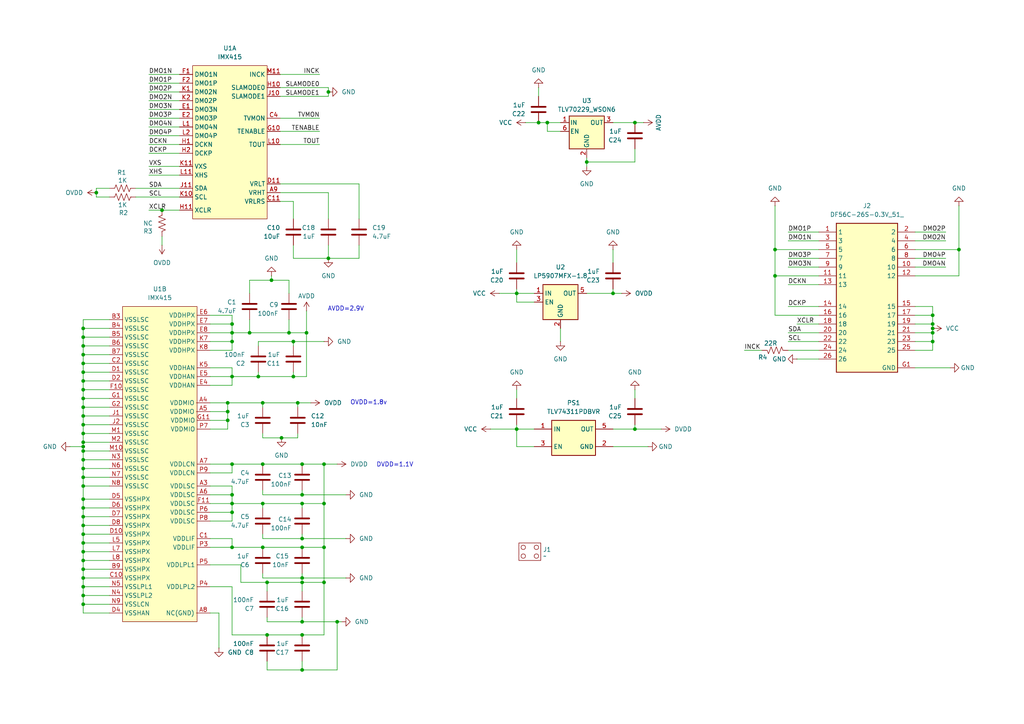
<source format=kicad_sch>
(kicad_sch (version 20250114) (generator "eeschema") (generator_version "9.0")
  (paper "A4")
  (text "DVDD=1.1V" (at 114.554 134.874 0) (effects (font (size 1.27 1.27))))
  (text "AVDD=2.9V" (at 100.33 89.662 0) (effects (font (size 1.27 1.27))))
  (text "OVDD=1.8v" (at 106.934 116.84 0) (effects (font (size 1.27 1.27))))
  (junction (at 270.51 93.98))
  (junction (at 24.13 167.64))
  (junction (at 85.09 109.22))
  (junction (at 24.13 135.89))
  (junction (at 67.31 148.59))
  (junction (at 76.2 158.75))
  (junction (at 67.31 99.06))
  (junction (at 270.51 96.52))
  (junction (at 24.13 154.94))
  (junction (at 24.13 120.65))
  (junction (at 24.13 160.02))
  (junction (at 67.31 134.62))
  (junction (at 24.13 152.4))
  (junction (at 24.13 105.41))
  (junction (at 24.13 115.57))
  (junction (at 87.63 168.91))
  (junction (at 78.74 81.28))
  (junction (at 149.86 124.46))
  (junction (at 177.8 85.09))
  (junction (at 87.63 180.34))
  (junction (at 87.63 167.64))
  (junction (at 24.13 130.81))
  (junction (at 24.13 140.97))
  (junction (at 67.31 93.98))
  (junction (at 76.2 116.84))
  (junction (at 46.99 60.96))
  (junction (at 158.75 35.56))
  (junction (at 87.63 158.75))
  (junction (at 67.31 109.22))
  (junction (at 24.13 162.56))
  (junction (at 24.13 97.79))
  (junction (at 88.9 96.52))
  (junction (at 278.13 72.39))
  (junction (at 95.25 26.67))
  (junction (at 24.13 110.49))
  (junction (at 149.86 85.09))
  (junction (at 67.31 146.05))
  (junction (at 87.63 146.05))
  (junction (at 87.63 184.15))
  (junction (at 66.04 116.84))
  (junction (at 24.13 118.11))
  (junction (at 93.98 134.62))
  (junction (at 24.13 125.73))
  (junction (at 66.04 119.38))
  (junction (at 270.51 91.44))
  (junction (at 24.13 149.86))
  (junction (at 83.82 96.52))
  (junction (at 77.47 168.91))
  (junction (at 93.98 146.05))
  (junction (at 24.13 165.1))
  (junction (at 66.04 121.92))
  (junction (at 224.79 80.01))
  (junction (at 24.13 147.32))
  (junction (at 224.79 72.39))
  (junction (at 24.13 123.19))
  (junction (at 87.63 134.62))
  (junction (at 24.13 128.27))
  (junction (at 81.655 127))
  (junction (at 74.93 109.22))
  (junction (at 97.79 180.34))
  (junction (at 67.31 158.75))
  (junction (at 184.15 124.46))
  (junction (at 76.2 134.62))
  (junction (at 184.15 35.56))
  (junction (at 270.51 95.25))
  (junction (at 156.21 35.56))
  (junction (at 24.13 133.35))
  (junction (at 24.13 144.78))
  (junction (at 93.98 158.75))
  (junction (at 24.13 157.48))
  (junction (at 87.63 143.51))
  (junction (at 27.94 55.88))
  (junction (at 24.13 100.33))
  (junction (at 170.18 46.99))
  (junction (at 72.39 96.52))
  (junction (at 76.2 146.05))
  (junction (at 87.63 194.31))
  (junction (at 24.13 170.18))
  (junction (at 77.47 184.15))
  (junction (at 24.13 102.87))
  (junction (at 93.98 168.91))
  (junction (at 67.31 143.51))
  (junction (at 24.13 175.26))
  (junction (at 24.13 172.72))
  (junction (at 67.31 96.52))
  (junction (at 95.25 74.93))
  (junction (at 270.51 99.06))
  (junction (at 85.09 99.06))
  (junction (at 24.13 129.54))
  (junction (at 24.13 95.25))
  (junction (at 24.13 107.95))
  (junction (at 24.13 138.43))
  (junction (at 86.36 116.84))
  (junction (at 24.13 113.03))
  (junction (at 87.63 156.21))
  (wire (pts (xy 74.93 99.06) (xy 85.09 99.06)))
  (wire (pts (xy 270.51 99.06) (xy 270.51 101.6)))
  (wire (pts (xy 67.31 109.22) (xy 67.31 111.76)))
  (wire (pts (xy 152.4 35.56) (xy 156.21 35.56)))
  (wire (pts (xy 274.32 67.31) (xy 265.43 67.31)))
  (wire (pts (xy 87.63 134.62) (xy 93.98 134.62)))
  (wire (pts (xy 67.31 93.98) (xy 67.31 96.52)))
  (wire (pts (xy 87.63 167.64) (xy 100.33 167.64)))
  (wire (pts (xy 43.18 39.37) (xy 52.07 39.37)))
  (wire (pts (xy 149.86 85.09) (xy 154.94 85.09)))
  (wire (pts (xy 156.21 25.4) (xy 156.21 27.94)))
  (wire (pts (xy 72.39 92.71) (xy 72.39 96.52)))
  (wire (pts (xy 81.28 38.1) (xy 92.71 38.1)))
  (wire (pts (xy 67.31 146.05) (xy 76.2 146.05)))
  (wire (pts (xy 43.18 24.13) (xy 52.07 24.13)))
  (wire (pts (xy 24.13 165.1) (xy 24.13 167.64)))
  (wire (pts (xy 67.31 158.75) (xy 60.96 158.75)))
  (wire (pts (xy 20.32 129.54) (xy 24.13 129.54)))
  (wire (pts (xy 93.98 168.91) (xy 93.98 158.75)))
  (wire (pts (xy 24.13 149.86) (xy 24.13 152.4)))
  (wire (pts (xy 43.18 48.26) (xy 52.07 48.26)))
  (wire (pts (xy 228.6 88.9) (xy 237.49 88.9)))
  (wire (pts (xy 24.13 113.03) (xy 31.75 113.03)))
  (wire (pts (xy 76.2 156.21) (xy 87.63 156.21)))
  (wire (pts (xy 24.13 133.35) (xy 31.75 133.35)))
  (wire (pts (xy 24.13 170.18) (xy 31.75 170.18)))
  (wire (pts (xy 177.8 129.54) (xy 187.96 129.54)))
  (wire (pts (xy 27.94 54.61) (xy 27.94 55.88)))
  (wire (pts (xy 81.28 25.4) (xy 95.25 25.4)))
  (wire (pts (xy 67.31 148.59) (xy 60.96 148.59)))
  (wire (pts (xy 270.51 88.9) (xy 265.43 88.9)))
  (wire (pts (xy 24.13 157.48) (xy 24.13 160.02)))
  (wire (pts (xy 43.18 60.96) (xy 46.99 60.96)))
  (wire (pts (xy 74.93 99.06) (xy 74.93 100.33)))
  (wire (pts (xy 228.6 77.47) (xy 237.49 77.47)))
  (wire (pts (xy 177.8 83.82) (xy 177.8 85.09)))
  (wire (pts (xy 85.09 99.06) (xy 85.09 100.33)))
  (wire (pts (xy 144.78 85.09) (xy 149.86 85.09)))
  (wire (pts (xy 24.13 177.8) (xy 31.75 177.8)))
  (wire (pts (xy 158.75 35.56) (xy 162.56 35.56)))
  (wire (pts (xy 87.63 146.05) (xy 87.63 147.32)))
  (wire (pts (xy 270.51 91.44) (xy 265.43 91.44)))
  (wire (pts (xy 24.13 140.97) (xy 24.13 144.78)))
  (wire (pts (xy 24.13 92.71) (xy 24.13 95.25)))
  (wire (pts (xy 43.18 29.21) (xy 52.07 29.21)))
  (wire (pts (xy 24.13 152.4) (xy 24.13 154.94)))
  (wire (pts (xy 67.31 99.06) (xy 67.31 101.6)))
  (wire (pts (xy 95.25 26.67) (xy 95.25 27.94)))
  (wire (pts (xy 154.94 129.54) (xy 149.86 129.54)))
  (wire (pts (xy 156.21 35.56) (xy 158.75 35.56)))
  (wire (pts (xy 88.9 109.22) (xy 85.09 109.22)))
  (wire (pts (xy 24.13 160.02) (xy 24.13 162.56)))
  (wire (pts (xy 43.18 31.75) (xy 52.07 31.75)))
  (wire (pts (xy 66.04 124.46) (xy 60.96 124.46)))
  (wire (pts (xy 67.31 143.51) (xy 67.31 146.05)))
  (wire (pts (xy 24.13 167.64) (xy 31.75 167.64)))
  (wire (pts (xy 24.13 157.48) (xy 31.75 157.48)))
  (wire (pts (xy 76.2 167.64) (xy 76.2 166.37)))
  (wire (pts (xy 77.47 184.15) (xy 87.63 184.15)))
  (wire (pts (xy 77.47 180.34) (xy 87.63 180.34)))
  (wire (pts (xy 69.85 163.83) (xy 69.85 168.91)))
  (wire (pts (xy 31.75 54.61) (xy 27.94 54.61)))
  (wire (pts (xy 177.8 124.46) (xy 184.15 124.46)))
  (wire (pts (xy 184.15 124.46) (xy 191.77 124.46)))
  (wire (pts (xy 237.49 72.39) (xy 224.79 72.39)))
  (wire (pts (xy 72.39 85.09) (xy 72.39 81.28)))
  (wire (pts (xy 87.63 168.91) (xy 87.63 171.45)))
  (wire (pts (xy 76.2 158.75) (xy 87.63 158.75)))
  (wire (pts (xy 170.18 46.99) (xy 184.15 46.99)))
  (wire (pts (xy 24.13 95.25) (xy 31.75 95.25)))
  (wire (pts (xy 154.94 87.63) (xy 149.86 87.63)))
  (wire (pts (xy 69.85 168.91) (xy 77.47 168.91)))
  (wire (pts (xy 95.25 25.4) (xy 95.25 26.67)))
  (wire (pts (xy 85.09 99.06) (xy 93.98 99.06)))
  (wire (pts (xy 158.75 38.1) (xy 158.75 35.56)))
  (wire (pts (xy 93.98 168.91) (xy 93.98 184.15)))
  (wire (pts (xy 278.13 72.39) (xy 278.13 80.01)))
  (wire (pts (xy 63.5 187.96) (xy 63.5 177.8)))
  (wire (pts (xy 184.15 46.99) (xy 184.15 43.18)))
  (wire (pts (xy 67.31 151.13) (xy 60.96 151.13)))
  (wire (pts (xy 24.13 120.65) (xy 31.75 120.65)))
  (wire (pts (xy 24.13 160.02) (xy 31.75 160.02)))
  (wire (pts (xy 67.31 99.06) (xy 60.96 99.06)))
  (wire (pts (xy 76.2 143.51) (xy 76.2 142.24)))
  (wire (pts (xy 24.13 110.49) (xy 31.75 110.49)))
  (wire (pts (xy 24.13 140.97) (xy 31.75 140.97)))
  (wire (pts (xy 43.18 41.91) (xy 52.07 41.91)))
  (wire (pts (xy 86.36 118.11) (xy 86.36 116.84)))
  (wire (pts (xy 24.13 165.1) (xy 31.75 165.1)))
  (wire (pts (xy 67.31 146.05) (xy 67.31 148.59)))
  (wire (pts (xy 24.13 128.27) (xy 31.75 128.27)))
  (wire (pts (xy 95.25 74.93) (xy 104.14 74.93)))
  (wire (pts (xy 270.51 101.6) (xy 265.43 101.6)))
  (wire (pts (xy 81.28 53.34) (xy 104.14 53.34)))
  (wire (pts (xy 278.13 59.69) (xy 278.13 72.39)))
  (wire (pts (xy 76.2 146.05) (xy 87.63 146.05)))
  (wire (pts (xy 24.13 175.26) (xy 24.13 177.8)))
  (wire (pts (xy 177.8 72.39) (xy 177.8 76.2)))
  (wire (pts (xy 67.31 170.18) (xy 60.96 170.18)))
  (wire (pts (xy 76.2 127) (xy 81.655 127)))
  (wire (pts (xy 67.31 140.97) (xy 60.96 140.97)))
  (wire (pts (xy 177.8 35.56) (xy 184.15 35.56)))
  (wire (pts (xy 67.31 134.62) (xy 67.31 137.16)))
  (wire (pts (xy 43.18 26.67) (xy 52.07 26.67)))
  (wire (pts (xy 215.9 101.6) (xy 220.98 101.6)))
  (wire (pts (xy 24.13 100.33) (xy 24.13 102.87)))
  (wire (pts (xy 63.5 177.8) (xy 60.96 177.8)))
  (wire (pts (xy 237.49 91.44) (xy 224.79 91.44)))
  (wire (pts (xy 67.31 156.21) (xy 60.96 156.21)))
  (wire (pts (xy 24.13 167.64) (xy 24.13 170.18)))
  (wire (pts (xy 24.13 97.79) (xy 24.13 100.33)))
  (wire (pts (xy 24.13 170.18) (xy 24.13 172.72)))
  (wire (pts (xy 228.6 82.55) (xy 237.49 82.55)))
  (wire (pts (xy 76.2 147.32) (xy 76.2 146.05)))
  (wire (pts (xy 81.28 41.91) (xy 92.71 41.91)))
  (wire (pts (xy 270.51 93.98) (xy 265.43 93.98)))
  (wire (pts (xy 46.99 71.12) (xy 46.99 68.58)))
  (wire (pts (xy 24.13 102.87) (xy 31.75 102.87)))
  (wire (pts (xy 24.13 110.49) (xy 24.13 113.03)))
  (wire (pts (xy 67.31 148.59) (xy 67.31 151.13)))
  (wire (pts (xy 24.13 113.03) (xy 24.13 115.57)))
  (wire (pts (xy 66.04 121.92) (xy 60.96 121.92)))
  (wire (pts (xy 67.31 111.76) (xy 60.96 111.76)))
  (wire (pts (xy 76.2 167.64) (xy 87.63 167.64)))
  (wire (pts (xy 24.13 144.78) (xy 31.75 144.78)))
  (wire (pts (xy 81.655 127) (xy 86.36 127)))
  (wire (pts (xy 72.39 96.52) (xy 83.82 96.52)))
  (wire (pts (xy 24.13 120.65) (xy 24.13 123.19)))
  (wire (pts (xy 43.18 34.29) (xy 52.07 34.29)))
  (wire (pts (xy 77.47 180.34) (xy 77.47 179.07)))
  (wire (pts (xy 67.31 158.75) (xy 76.2 158.75)))
  (wire (pts (xy 265.43 106.68) (xy 275.59 106.68)))
  (wire (pts (xy 177.8 85.09) (xy 180.34 85.09)))
  (wire (pts (xy 224.79 59.69) (xy 224.79 72.39)))
  (wire (pts (xy 88.9 96.52) (xy 88.9 90.17)))
  (wire (pts (xy 95.25 74.93) (xy 95.25 71.12)))
  (wire (pts (xy 87.63 180.34) (xy 97.79 180.34)))
  (wire (pts (xy 43.18 44.45) (xy 52.07 44.45)))
  (wire (pts (xy 67.31 134.62) (xy 76.2 134.62)))
  (wire (pts (xy 24.13 123.19) (xy 31.75 123.19)))
  (wire (pts (xy 78.74 80.01) (xy 78.74 81.28)))
  (wire (pts (xy 90.17 116.84) (xy 86.36 116.84)))
  (wire (pts (xy 67.31 146.05) (xy 60.96 146.05)))
  (wire (pts (xy 149.86 123.19) (xy 149.86 124.46)))
  (wire (pts (xy 24.13 144.78) (xy 24.13 147.32)))
  (wire (pts (xy 24.13 135.89) (xy 31.75 135.89)))
  (wire (pts (xy 231.14 104.14) (xy 237.49 104.14)))
  (wire (pts (xy 67.31 106.68) (xy 60.96 106.68)))
  (wire (pts (xy 85.09 74.93) (xy 95.25 74.93)))
  (wire (pts (xy 270.51 96.52) (xy 270.51 99.06)))
  (wire (pts (xy 224.79 80.01) (xy 237.49 80.01)))
  (wire (pts (xy 24.13 130.81) (xy 31.75 130.81)))
  (wire (pts (xy 228.6 74.93) (xy 237.49 74.93)))
  (wire (pts (xy 24.13 123.19) (xy 24.13 125.73)))
  (wire (pts (xy 24.13 152.4) (xy 31.75 152.4)))
  (wire (pts (xy 93.98 134.62) (xy 97.79 134.62)))
  (wire (pts (xy 24.13 154.94) (xy 24.13 157.48)))
  (wire (pts (xy 24.13 92.71) (xy 31.75 92.71)))
  (wire (pts (xy 86.36 127) (xy 86.36 125.73)))
  (wire (pts (xy 24.13 128.27) (xy 24.13 129.54)))
  (wire (pts (xy 31.75 57.15) (xy 27.94 57.15)))
  (wire (pts (xy 83.82 92.71) (xy 83.82 96.52)))
  (wire (pts (xy 67.31 109.22) (xy 74.93 109.22)))
  (wire (pts (xy 170.18 45.72) (xy 170.18 46.99)))
  (wire (pts (xy 149.86 124.46) (xy 154.94 124.46)))
  (wire (pts (xy 24.13 149.86) (xy 31.75 149.86)))
  (wire (pts (xy 162.56 38.1) (xy 158.75 38.1)))
  (wire (pts (xy 43.18 50.8) (xy 52.07 50.8)))
  (wire (pts (xy 67.31 134.62) (xy 60.96 134.62)))
  (wire (pts (xy 66.04 121.92) (xy 66.04 124.46)))
  (wire (pts (xy 67.31 143.51) (xy 60.96 143.51)))
  (wire (pts (xy 24.13 115.57) (xy 24.13 118.11)))
  (wire (pts (xy 39.37 57.15) (xy 52.07 57.15)))
  (wire (pts (xy 162.56 99.06) (xy 162.56 95.25)))
  (wire (pts (xy 24.13 133.35) (xy 24.13 135.89)))
  (wire (pts (xy 149.86 129.54) (xy 149.86 124.46)))
  (wire (pts (xy 43.18 21.59) (xy 52.07 21.59)))
  (wire (pts (xy 97.79 194.31) (xy 97.79 180.34)))
  (wire (pts (xy 66.04 119.38) (xy 60.96 119.38)))
  (wire (pts (xy 66.04 116.84) (xy 60.96 116.84)))
  (wire (pts (xy 24.13 95.25) (xy 24.13 97.79)))
  (wire (pts (xy 270.51 88.9) (xy 270.51 91.44)))
  (wire (pts (xy 77.47 191.77) (xy 77.47 194.31)))
  (wire (pts (xy 67.31 96.52) (xy 67.31 99.06)))
  (wire (pts (xy 24.13 172.72) (xy 24.13 175.26)))
  (wire (pts (xy 88.9 96.52) (xy 88.9 109.22)))
  (wire (pts (xy 81.28 55.88) (xy 95.25 55.88)))
  (wire (pts (xy 67.31 140.97) (xy 67.31 143.51)))
  (wire (pts (xy 86.36 116.84) (xy 76.2 116.84)))
  (wire (pts (xy 170.18 46.99) (xy 170.18 48.26)))
  (wire (pts (xy 67.31 91.44) (xy 67.31 93.98)))
  (wire (pts (xy 67.31 91.44) (xy 60.96 91.44)))
  (wire (pts (xy 67.31 109.22) (xy 60.96 109.22)))
  (wire (pts (xy 67.31 96.52) (xy 60.96 96.52)))
  (wire (pts (xy 24.13 147.32) (xy 24.13 149.86)))
  (wire (pts (xy 77.47 194.31) (xy 87.63 194.31)))
  (wire (pts (xy 142.24 124.46) (xy 149.86 124.46)))
  (wire (pts (xy 24.13 172.72) (xy 31.75 172.72)))
  (wire (pts (xy 104.14 53.34) (xy 104.14 63.5)))
  (wire (pts (xy 87.63 168.91) (xy 93.98 168.91)))
  (wire (pts (xy 24.13 135.89) (xy 24.13 138.43)))
  (wire (pts (xy 72.39 81.28) (xy 78.74 81.28)))
  (wire (pts (xy 24.13 97.79) (xy 31.75 97.79)))
  (wire (pts (xy 270.51 95.25) (xy 270.51 96.52)))
  (wire (pts (xy 77.47 184.15) (xy 67.31 184.15)))
  (wire (pts (xy 24.13 118.11) (xy 24.13 120.65)))
  (wire (pts (xy 87.63 158.75) (xy 93.98 158.75)))
  (wire (pts (xy 81.28 27.94) (xy 95.25 27.94)))
  (wire (pts (xy 237.49 93.98) (xy 231.14 93.98)))
  (wire (pts (xy 43.18 36.83) (xy 52.07 36.83)))
  (wire (pts (xy 24.13 125.73) (xy 24.13 128.27)))
  (wire (pts (xy 93.98 134.62) (xy 93.98 146.05)))
  (wire (pts (xy 87.63 156.21) (xy 100.33 156.21)))
  (wire (pts (xy 67.31 137.16) (xy 60.96 137.16)))
  (wire (pts (xy 224.79 91.44) (xy 224.79 80.01)))
  (wire (pts (xy 24.13 138.43) (xy 24.13 140.97)))
  (wire (pts (xy 46.99 60.96) (xy 52.07 60.96)))
  (wire (pts (xy 104.14 74.93) (xy 104.14 71.12)))
  (wire (pts (xy 67.31 96.52) (xy 72.39 96.52)))
  (wire (pts (xy 24.13 162.56) (xy 31.75 162.56)))
  (wire (pts (xy 24.13 100.33) (xy 31.75 100.33)))
  (wire (pts (xy 24.13 102.87) (xy 24.13 105.41)))
  (wire (pts (xy 184.15 35.56) (xy 186.69 35.56)))
  (wire (pts (xy 170.18 85.09) (xy 177.8 85.09)))
  (wire (pts (xy 184.15 123.19) (xy 184.15 124.46)))
  (wire (pts (xy 39.37 54.61) (xy 52.07 54.61)))
  (wire (pts (xy 270.51 91.44) (xy 270.51 93.98)))
  (wire (pts (xy 224.79 72.39) (xy 224.79 80.01)))
  (wire (pts (xy 24.13 105.41) (xy 24.13 107.95)))
  (wire (pts (xy 87.63 194.31) (xy 97.79 194.31)))
  (wire (pts (xy 76.2 156.21) (xy 76.2 154.94)))
  (wire (pts (xy 270.51 99.06) (xy 265.43 99.06)))
  (wire (pts (xy 149.86 85.09) (xy 149.86 87.63)))
  (wire (pts (xy 184.15 113.03) (xy 184.15 115.57)))
  (wire (pts (xy 24.13 107.95) (xy 24.13 110.49)))
  (wire (pts (xy 87.63 156.21) (xy 87.63 154.94)))
  (wire (pts (xy 278.13 80.01) (xy 265.43 80.01)))
  (wire (pts (xy 87.63 146.05) (xy 93.98 146.05)))
  (wire (pts (xy 77.47 168.91) (xy 87.63 168.91)))
  (wire (pts (xy 78.74 81.28) (xy 83.82 81.28)))
  (wire (pts (xy 24.13 175.26) (xy 31.75 175.26)))
  (wire (pts (xy 66.04 119.38) (xy 66.04 121.92)))
  (wire (pts (xy 228.6 99.06) (xy 237.49 99.06)))
  (wire (pts (xy 24.13 129.54) (xy 24.13 130.81)))
  (wire (pts (xy 77.47 168.91) (xy 77.47 171.45)))
  (wire (pts (xy 24.13 130.81) (xy 24.13 133.35)))
  (wire (pts (xy 270.51 96.52) (xy 265.43 96.52)))
  (wire (pts (xy 85.09 58.42) (xy 85.09 63.5)))
  (wire (pts (xy 67.31 106.68) (xy 67.31 109.22)))
  (wire (pts (xy 85.09 74.93) (xy 85.09 71.12)))
  (wire (pts (xy 81.28 21.59) (xy 92.71 21.59)))
  (wire (pts (xy 228.6 67.31) (xy 237.49 67.31)))
  (wire (pts (xy 85.09 107.95) (xy 85.09 109.22)))
  (wire (pts (xy 87.63 180.34) (xy 87.63 179.07)))
  (wire (pts (xy 87.63 184.15) (xy 93.98 184.15)))
  (wire (pts (xy 24.13 154.94) (xy 31.75 154.94)))
  (wire (pts (xy 69.85 163.83) (xy 60.96 163.83)))
  (wire (pts (xy 93.98 158.75) (xy 93.98 146.05)))
  (wire (pts (xy 149.86 113.03) (xy 149.86 115.57)))
  (wire (pts (xy 24.13 105.41) (xy 31.75 105.41)))
  (wire (pts (xy 67.31 156.21) (xy 67.31 158.75)))
  (wire (pts (xy 74.93 107.95) (xy 74.93 109.22)))
  (wire (pts (xy 228.6 96.52) (xy 237.49 96.52)))
  (wire (pts (xy 81.28 34.29) (xy 92.71 34.29)))
  (wire (pts (xy 76.2 134.62) (xy 87.63 134.62)))
  (wire (pts (xy 24.13 162.56) (xy 24.13 165.1)))
  (wire (pts (xy 83.82 96.52) (xy 88.9 96.52)))
  (wire (pts (xy 76.2 118.11) (xy 76.2 116.84)))
  (wire (pts (xy 76.2 127) (xy 76.2 125.73)))
  (wire (pts (xy 74.93 109.22) (xy 85.09 109.22)))
  (wire (pts (xy 24.13 118.11) (xy 31.75 118.11)))
  (wire (pts (xy 274.32 69.85) (xy 265.43 69.85)))
  (wire (pts (xy 87.63 194.31) (xy 87.63 191.77)))
  (wire (pts (xy 76.2 143.51) (xy 87.63 143.51)))
  (wire (pts (xy 270.51 93.98) (xy 270.51 95.25)))
  (wire (pts (xy 67.31 93.98) (xy 60.96 93.98)))
  (wire (pts (xy 87.63 143.51) (xy 87.63 142.24)))
  (wire (pts (xy 228.6 69.85) (xy 237.49 69.85)))
  (wire (pts (xy 24.13 115.57) (xy 31.75 115.57)))
  (wire (pts (xy 97.79 180.34) (xy 99.06 180.34)))
  (wire (pts (xy 149.86 72.39) (xy 149.86 76.2)))
  (wire (pts (xy 87.63 143.51) (xy 100.33 143.51)))
  (wire (pts (xy 83.82 81.28) (xy 83.82 85.09)))
  (wire (pts (xy 81.28 58.42) (xy 85.09 58.42)))
  (wire (pts (xy 274.32 77.47) (xy 265.43 77.47)))
  (wire (pts (xy 87.63 167.64) (xy 87.63 166.37)))
  (wire (pts (xy 24.13 138.43) (xy 31.75 138.43)))
  (wire (pts (xy 27.94 57.15) (xy 27.94 55.88)))
  (wire (pts (xy 67.31 184.15) (xy 67.31 170.18)))
  (wire (pts (xy 95.25 55.88) (xy 95.25 63.5)))
  (wire (pts (xy 274.32 74.93) (xy 265.43 74.93)))
  (wire (pts (xy 228.6 101.6) (xy 237.49 101.6)))
  (wire (pts (xy 67.31 101.6) (xy 60.96 101.6)))
  (wire (pts (xy 24.13 107.95) (xy 31.75 107.95)))
  (wire (pts (xy 66.04 116.84) (xy 66.04 119.38)))
  (wire (pts (xy 24.13 147.32) (xy 31.75 147.32)))
  (wire (pts (xy 149.86 83.82) (xy 149.86 85.09)))
  (wire (pts (xy 24.13 125.73) (xy 31.75 125.73)))
  (wire (pts (xy 76.2 116.84) (xy 66.04 116.84)))
  (wire (pts (xy 265.43 72.39) (xy 278.13 72.39)))
  (label "DMO3N" (at 43.18 31.75 0))
  (label "DMO1N" (at 228.6 69.85 0))
  (label "DMO3P" (at 228.6 74.93 0))
  (label "DMO4N" (at 274.32 77.47 180))
  (label "VXS" (at 43.18 48.26 0))
  (label "XHS" (at 43.18 50.8 0))
  (label "DMO2N" (at 43.18 29.21 0))
  (label "SCL" (at 228.6 99.06 0))
  (label "DMO3P" (at 43.18 34.29 0))
  (label "SCL" (at 43.18 57.15 0))
  (label "DMO2N" (at 274.32 69.85 180))
  (label "DMO3N" (at 228.6 77.47 0))
  (label "DMO2P" (at 43.18 26.67 0))
  (label "SDA" (at 228.6 96.52 0))
  (label "TVMON" (at 92.71 34.29 180))
  (label "SLAMODE0" (at 92.71 25.4 180))
  (label "DMO4N" (at 43.18 36.83 0))
  (label "DCKN" (at 43.18 41.91 0))
  (label "TENABLE" (at 92.71 38.1 180))
  (label "DMO1P" (at 228.6 67.31 0))
  (label "DMO1N" (at 43.18 21.59 0))
  (label "DMO4P" (at 274.32 74.93 180))
  (label "DCKN" (at 228.6 82.55 0))
  (label "DCKP" (at 43.18 44.45 0))
  (label "TOUT" (at 92.71 41.91 180))
  (label "DMO2P" (at 274.32 67.31 180))
  (label "INCK" (at 215.9 101.6 0))
  (label "INCK" (at 92.71 21.59 180))
  (label "XCLR" (at 231.14 93.98 0))
  (label "DCKP" (at 228.6 88.9 0))
  (label "DMO4P" (at 43.18 39.37 0))
  (label "DMO1P" (at 43.18 24.13 0))
  (label "SDA" (at 43.18 54.61 0))
  (label "XCLR" (at 43.18 60.96 0))
  (label "SLAMODE1" (at 92.71 27.94 180))
  (symbol (lib_id "power:GND") (at 99.06 180.34 90) (unit 1)
    (property "Reference" "#PWR013" (effects (hide yes)))
    (property "Value" "GND" (at 102.87 180.3399 90) (effects (justify right)))
    (property "Description" "Power symbol creates a global label with name \"GND\" , ground" (effects (hide yes)))
  )
  (symbol (lib_id "Device:C") (at 87.63 138.43 0) (mirror y) (unit 1)
    (property "Reference" "C13" (at 84.582 137.922 0) (effects (justify left)))
    (property "Value" "100nF" (at 84.582 140.462 0) (effects (justify left)))
    (property "Footprint" "Capacitor_SMD:C_0402_1005Metric" (effects (hide yes)))
    (property "Description" "Unpolarized capacitor" (effects (hide yes)))
  )
  (symbol (lib_id "Device:C") (at 87.63 162.56 0) (mirror x) (unit 1)
    (property "Reference" "C15" (at 83.82 161.2899 0) (effects (justify right)))
    (property "Value" "10nF" (at 83.82 163.8299 0) (effects (justify right)))
    (property "Footprint" "Capacitor_SMD:C_0402_1005Metric" (effects (hide yes)))
    (property "Description" "Unpolarized capacitor" (effects (hide yes)))
  )
  (symbol (lib_id "Device:C") (at 149.86 119.38 180) (unit 1)
    (property "Reference" "C21" (at 146.05 120.6501 0) (effects (justify left)))
    (property "Value" "1uF" (at 146.05 118.1101 0) (effects (justify left)))
    (property "Footprint" "Capacitor_SMD:C_0402_1005Metric" (effects (hide yes)))
    (property "Description" "Unpolarized capacitor" (effects (hide yes)))
  )
  (symbol (lib_id "Device:C") (at 85.09 67.31 0) (mirror x) (unit 1)
    (property "Reference" "C10" (at 81.28 66.0399 0) (effects (justify right)))
    (property "Value" "10uF" (at 81.28 68.5799 0) (effects (justify right)))
    (property "Footprint" "Capacitor_SMD:C_0402_1005Metric" (effects (hide yes)))
    (property "Description" "Unpolarized capacitor" (effects (hide yes)))
  )
  (symbol (lib_id "power:GND") (at 100.33 143.51 90) (unit 1)
    (property "Reference" "#PWR014" (effects (hide yes)))
    (property "Value" "GND" (at 104.14 143.5099 90) (effects (justify right)))
    (property "Description" "Power symbol creates a global label with name \"GND\" , ground" (effects (hide yes)))
  )
  (symbol (lib_id "power:GND") (at 278.13 59.69 180) (unit 1)
    (property "Reference" "#PWR034" (effects (hide yes)))
    (property "Value" "GND" (at 278.13 54.61 0))
    (property "Description" "Power symbol creates a global label with name \"GND\" , ground" (effects (hide yes)))
  )
  (symbol (lib_id "Device:C") (at 156.21 31.75 180) (unit 1)
    (property "Reference" "C22" (at 152.4 33.0201 0) (effects (justify left)))
    (property "Value" "1uF" (at 152.4 30.4801 0) (effects (justify left)))
    (property "Footprint" "Capacitor_SMD:C_0402_1005Metric" (effects (hide yes)))
    (property "Description" "Unpolarized capacitor" (effects (hide yes)))
  )
  (symbol (lib_id "Device:C") (at 74.93 104.14 180) (unit 1)
    (property "Reference" "C2" (at 71.12 105.4101 0) (effects (justify left)))
    (property "Value" "100nF" (at 71.12 102.8701 0) (effects (justify left)))
    (property "Footprint" "Capacitor_SMD:C_0402_1005Metric" (effects (hide yes)))
    (property "Description" "Unpolarized capacitor" (effects (hide yes)))
  )
  (symbol (lib_id "Device:R_US") (at 46.99 64.77 0) (mirror y) (unit 1)
    (property "Reference" "R3" (at 42.926 67.056 0))
    (property "Value" "NC" (at 42.926 64.77 0))
    (property "Footprint" "Resistor_SMD:R_0402_1005Metric" (effects (hide yes)))
    (property "Description" "Resistor, US symbol" (effects (hide yes)))
  )
  (symbol (lib_id "power:GND") (at 149.86 72.39 180) (unit 1)
    (property "Reference" "#PWR019" (effects (hide yes)))
    (property "Value" "GND" (at 149.86 67.31 0))
    (property "Description" "Power symbol creates a global label with name \"GND\" , ground" (effects (hide yes)))
  )
  (symbol (lib_id "power:VDD") (at 46.99 71.12 180) (unit 1)
    (property "Reference" "#PWR03" (effects (hide yes)))
    (property "Value" "OVDD" (at 46.99 76.2 0))
    (property "Description" "Power symbol creates a global label with name \"VDD\"" (effects (hide yes)))
  )
  (symbol (lib_id "power:VDDA") (at 186.69 35.56 270) (unit 1)
    (property "Reference" "#PWR028" (effects (hide yes)))
    (property "Value" "AVDD" (at 191.008 35.56 0))
    (property "Description" "Power symbol creates a global label with name \"VDDA\"" (effects (hide yes)))
  )
  (symbol (lib_id "power:GND") (at 95.25 74.93 0) (unit 1)
    (property "Reference" "#PWR011" (effects (hide yes)))
    (property "Value" "GND" (at 95.25 80.01 0))
    (property "Description" "Power symbol creates a global label with name \"GND\" , ground" (effects (hide yes)))
  )
  (symbol (lib_id "Device:C") (at 86.36 121.92 180) (unit 1)
    (property "Reference" "C12" (at 90.17 120.6499 0) (effects (justify right)))
    (property "Value" "10nF" (at 90.17 123.1899 0) (effects (justify right)))
    (property "Footprint" "Capacitor_SMD:C_0402_1005Metric" (effects (hide yes)))
    (property "Description" "Unpolarized capacitor" (effects (hide yes)))
  )
  (symbol (lib_id "Device:C") (at 104.14 67.31 180) (unit 1)
    (property "Reference" "C19" (at 107.95 66.0399 0) (effects (justify right)))
    (property "Value" "4.7uF" (at 107.95 68.5799 0) (effects (justify right)))
    (property "Footprint" "Capacitor_SMD:C_0402_1005Metric" (effects (hide yes)))
    (property "Description" "Unpolarized capacitor" (effects (hide yes)))
  )
  (symbol (lib_id "Device:R_US") (at 35.56 57.15 90) (unit 1)
    (property "Reference" "R2" (at 35.814 61.722 90))
    (property "Value" "1K" (at 35.56 59.436 90))
    (property "Footprint" "Resistor_SMD:R_0402_1005Metric" (effects (hide yes)))
    (property "Description" "Resistor, US symbol" (effects (hide yes)))
  )
  (symbol (lib_id "power:GND") (at 81.655 127 0) (unit 1)
    (property "Reference" "#PWR06" (effects (hide yes)))
    (property "Value" "GND" (at 81.655 132.08 0))
    (property "Description" "Power symbol creates a global label with name \"GND\" , ground" (effects (hide yes)))
  )
  (symbol (lib_id "Device:C") (at 83.82 88.9 0) (mirror y) (unit 1)
    (property "Reference" "C9" (at 80.772 88.392 0) (effects (justify left)))
    (property "Value" "100nF" (at 80.772 90.932 0) (effects (justify left)))
    (property "Footprint" "Capacitor_SMD:C_0402_1005Metric" (effects (hide yes)))
    (property "Description" "Unpolarized capacitor" (effects (hide yes)))
  )
  (symbol (lib_id "power:VDDA") (at 88.9 90.17 0) (unit 1)
    (property "Reference" "#PWR07" (effects (hide yes)))
    (property "Value" "AVDD" (at 88.9 85.852 0))
    (property "Description" "Power symbol creates a global label with name \"VDDA\"" (effects (hide yes)))
  )
  (symbol (lib_id "power:GND") (at 78.74 80.01 180) (unit 1)
    (property "Reference" "#PWR05" (effects (hide yes)))
    (property "Value" "GND" (at 78.74 74.93 0))
    (property "Description" "Power symbol creates a global label with name \"GND\" , ground" (effects (hide yes)))
  )
  (symbol (lib_id "Regulator_Linear:LP5907MFX-1.8") (at 162.56 87.63 0) (unit 1)
    (property "Reference" "U2" (at 162.56 77.47 0))
    (property "Value" "LP5907MFX-1.8" (at 162.56 80.01 0))
    (property "Footprint" "Package_TO_SOT_SMD:SOT-23-5" (effects (hide yes)))
    (property "Datasheet" "http://www.ti.com/lit/ds/symlink/lp5907.pdf" (effects (hide yes)))
    (property "Description" "250-mA Ultra-Low-Noise Low-IQ LDO, 1.8V, SOT-23" (effects (hide yes)))
  )
  (symbol (lib_id "power:VDD") (at 27.94 55.88 90) (unit 1)
    (property "Reference" "#PWR02" (effects (hide yes)))
    (property "Value" "OVDD" (at 24.13 55.8799 90) (effects (justify left)))
    (property "Description" "Power symbol creates a global label with name \"VDD\"" (effects (hide yes)))
  )
  (symbol (lib_id "Device:C") (at 76.2 151.13 0) (mirror y) (unit 1)
    (property "Reference" "C5" (at 72.39 149.8599 0) (effects (justify left)))
    (property "Value" "4.7uF" (at 72.39 152.3999 0) (effects (justify left)))
    (property "Footprint" "Capacitor_SMD:C_0402_1005Metric" (effects (hide yes)))
    (property "Description" "Unpolarized capacitor" (effects (hide yes)))
  )
  (symbol (lib_id "power:GND") (at 162.56 99.06 0) (unit 1)
    (property "Reference" "#PWR023" (effects (hide yes)))
    (property "Value" "GND" (at 162.56 104.14 0))
    (property "Description" "Power symbol creates a global label with name \"GND\" , ground" (effects (hide yes)))
  )
  (symbol (lib_id "Device:R_US") (at 35.56 54.61 270) (unit 1)
    (property "Reference" "R1" (at 35.306 50.038 90))
    (property "Value" "1K" (at 35.56 52.324 90))
    (property "Footprint" "Resistor_SMD:R_0402_1005Metric" (effects (hide yes)))
    (property "Description" "Resistor, US symbol" (effects (hide yes)))
  )
  (symbol (lib_id "power:GND") (at 231.14 104.14 270) (unit 1)
    (property "Reference" "#PWR032" (effects (hide yes)))
    (property "Value" "GND" (at 226.06 104.14 90))
    (property "Description" "Power symbol creates a global label with name \"GND\" , ground" (effects (hide yes)))
  )
  (symbol (lib_id "power:GND") (at 187.96 129.54 90) (unit 1)
    (property "Reference" "#PWR029" (effects (hide yes)))
    (property "Value" "GND" (at 193.04 129.54 90))
    (property "Description" "Power symbol creates a global label with name \"GND\" , ground" (effects (hide yes)))
  )
  (symbol (lib_id "Device:C") (at 184.15 39.37 180) (unit 1)
    (property "Reference" "C24" (at 180.34 40.6401 0) (effects (justify left)))
    (property "Value" "1uF" (at 180.34 38.1001 0) (effects (justify left)))
    (property "Footprint" "Capacitor_SMD:C_0402_1005Metric" (effects (hide yes)))
    (property "Description" "Unpolarized capacitor" (effects (hide yes)))
  )
  (symbol (lib_name "IMX415_2") (lib_id "Camera_Library:IMX415") (at 45.72 88.9 0) (unit 2)
    (property "Reference" "U1" (at 46.355 83.82 0))
    (property "Value" "IMX415" (at 46.355 86.36 0))
    (property "Footprint" "Camrea_Library:IMX415" (effects (hide yes)))
  )
  (symbol (lib_id "Device:C") (at 77.47 187.96 180) (unit 1)
    (property "Reference" "C8" (at 73.66 189.2301 0) (effects (justify left)))
    (property "Value" "100nF" (at 73.66 186.6901 0) (effects (justify left)))
    (property "Footprint" "Capacitor_SMD:C_0402_1005Metric" (effects (hide yes)))
    (property "Description" "Unpolarized capacitor" (effects (hide yes)))
  )
  (symbol (lib_id "power:GND") (at 100.33 156.21 90) (unit 1)
    (property "Reference" "#PWR015" (effects (hide yes)))
    (property "Value" "GND" (at 104.14 156.2099 90) (effects (justify right)))
    (property "Description" "Power symbol creates a global label with name \"GND\" , ground" (effects (hide yes)))
  )
  (symbol (lib_id "Device:C") (at 76.2 162.56 180) (unit 1)
    (property "Reference" "C6" (at 72.39 163.8301 0) (effects (justify left)))
    (property "Value" "1uF" (at 72.39 161.2901 0) (effects (justify left)))
    (property "Footprint" "Capacitor_SMD:C_0402_1005Metric" (effects (hide yes)))
    (property "Description" "Unpolarized capacitor" (effects (hide yes)))
  )
  (symbol (lib_id "power:GND") (at 184.15 113.03 180) (unit 1)
    (property "Reference" "#PWR027" (effects (hide yes)))
    (property "Value" "GND" (at 184.15 107.95 0))
    (property "Description" "Power symbol creates a global label with name \"GND\" , ground" (effects (hide yes)))
  )
  (symbol (lib_id "power:GND") (at 170.18 48.26 0) (unit 1)
    (property "Reference" "#PWR024" (effects (hide yes)))
    (property "Value" "GND" (at 170.18 53.34 0))
    (property "Description" "Power symbol creates a global label with name \"GND\" , ground" (effects (hide yes)))
  )
  (symbol (lib_id "power:GND") (at 20.32 129.54 270) (unit 1)
    (property "Reference" "#PWR01" (effects (hide yes)))
    (property "Value" "GND" (at 16.51 129.5401 90) (effects (justify right)))
    (property "Description" "Power symbol creates a global label with name \"GND\" , ground" (effects (hide yes)))
  )
  (symbol (lib_id "Device:C") (at 76.2 121.92 180) (unit 1)
    (property "Reference" "C3" (at 72.39 123.1901 0) (effects (justify left)))
    (property "Value" "1uF" (at 72.39 120.6501 0) (effects (justify left)))
    (property "Footprint" "Capacitor_SMD:C_0402_1005Metric" (effects (hide yes)))
    (property "Description" "Unpolarized capacitor" (effects (hide yes)))
  )
  (symbol (lib_id "power:GND") (at 149.86 113.03 180) (unit 1)
    (property "Reference" "#PWR020" (effects (hide yes)))
    (property "Value" "GND" (at 149.86 107.95 0))
    (property "Description" "Power symbol creates a global label with name \"GND\" , ground" (effects (hide yes)))
  )
  (symbol (lib_id "Device:C") (at 184.15 119.38 180) (unit 1)
    (property "Reference" "C25" (at 180.34 120.6501 0) (effects (justify left)))
    (property "Value" "1uF" (at 180.34 118.1101 0) (effects (justify left)))
    (property "Footprint" "Capacitor_SMD:C_0402_1005Metric" (effects (hide yes)))
    (property "Description" "Unpolarized capacitor" (effects (hide yes)))
  )
  (symbol (lib_id "Device:C") (at 95.25 67.31 0) (mirror x) (unit 1)
    (property "Reference" "C18" (at 91.44 66.0399 0) (effects (justify right)))
    (property "Value" "1uF" (at 91.44 68.5799 0) (effects (justify right)))
    (property "Footprint" "Capacitor_SMD:C_0402_1005Metric" (effects (hide yes)))
    (property "Description" "Unpolarized capacitor" (effects (hide yes)))
  )
  (symbol (lib_id "Device:C") (at 72.39 88.9 0) (mirror y) (unit 1)
    (property "Reference" "C1" (at 68.58 87.6299 0) (effects (justify left)))
    (property "Value" "4.7uF" (at 68.58 90.1699 0) (effects (justify left)))
    (property "Footprint" "Capacitor_SMD:C_0402_1005Metric" (effects (hide yes)))
    (property "Description" "Unpolarized capacitor" (effects (hide yes)))
  )
  (symbol (lib_id "power:GND") (at 156.21 25.4 180) (unit 1)
    (property "Reference" "#PWR022" (effects (hide yes)))
    (property "Value" "GND" (at 156.21 20.32 0))
    (property "Description" "Power symbol creates a global label with name \"GND\" , ground" (effects (hide yes)))
  )
  (symbol (lib_id "Regulator_Linear:TLV70229_WSON6") (at 170.18 38.1 0) (unit 1)
    (property "Reference" "U3" (at 170.18 29.21 0))
    (property "Value" "TLV70229_WSON6" (at 170.18 31.75 0))
    (property "Footprint" "Package_SON:WSON-6_1.5x1.5mm_P0.5mm" (effects (hide yes)))
    (property "Datasheet" "http://www.ti.com/lit/ds/symlink/tlv702.pdf" (effects (hide yes)))
    (property "Description" "300mA Low Dropout Voltage Regulator, Fixed Output 2.9V, WSON6" (effects (hide yes)))
  )
  (symbol (lib_id "power:VCC") (at 142.24 124.46 90) (unit 1)
    (property "Reference" "#PWR017" (effects (hide yes)))
    (property "Value" "VCC" (at 138.43 124.4599 90) (effects (justify left)))
    (property "Description" "Power symbol creates a global label with name \"VCC\"" (effects (hide yes)))
  )
  (symbol (lib_id "Power_System:Outline") (at 153.67 160.02 0) (unit 1)
    (property "Reference" "J1" (at 157.48 159.3849 0) (effects (justify left)))
    (property "Value" "~" (at 157.48 161.29 0) (effects (justify left)))
    (property "Footprint" "Camrea_Library:Outline_19X19" (effects (hide yes)))
  )
  (symbol (lib_id "power:VCC") (at 152.4 35.56 90) (unit 1)
    (property "Reference" "#PWR021" (effects (hide yes)))
    (property "Value" "VCC" (at 148.59 35.5599 90) (effects (justify left)))
    (property "Description" "Power symbol creates a global label with name \"VCC\"" (effects (hide yes)))
  )
  (symbol (lib_id "power:GND") (at 95.25 26.67 90) (unit 1)
    (property "Reference" "#PWR010" (effects (hide yes)))
    (property "Value" "GND" (at 99.06 26.6699 90) (effects (justify right)))
    (property "Description" "Power symbol creates a global label with name \"GND\" , ground" (effects (hide yes)))
  )
  (symbol (lib_id "power:VDD") (at 180.34 85.09 270) (unit 1)
    (property "Reference" "#PWR026" (effects (hide yes)))
    (property "Value" "OVDD" (at 184.15 85.0899 90) (effects (justify left)))
    (property "Description" "Power symbol creates a global label with name \"VDD\"" (effects (hide yes)))
  )
  (symbol (lib_id "power:VDD") (at 90.17 116.84 270) (unit 1)
    (property "Reference" "#PWR08" (effects (hide yes)))
    (property "Value" "OVDD" (at 93.98 116.8399 90) (effects (justify left)))
    (property "Description" "Power symbol creates a global label with name \"VDD\"" (effects (hide yes)))
  )
  (symbol (lib_id "Device:C") (at 76.2 138.43 0) (mirror y) (unit 1)
    (property "Reference" "C4" (at 72.39 137.1599 0) (effects (justify left)))
    (property "Value" "4.7uF" (at 72.39 139.6999 0) (effects (justify left)))
    (property "Footprint" "Capacitor_SMD:C_0402_1005Metric" (effects (hide yes)))
    (property "Description" "Unpolarized capacitor" (effects (hide yes)))
  )
  (symbol (lib_id "Device:C") (at 85.09 104.14 180) (unit 1)
    (property "Reference" "C11" (at 81.28 105.4101 0) (effects (justify left)))
    (property "Value" "1uF" (at 81.28 102.8701 0) (effects (justify left)))
    (property "Footprint" "Capacitor_SMD:C_0402_1005Metric" (effects (hide yes)))
    (property "Description" "Unpolarized capacitor" (effects (hide yes)))
  )
  (symbol (lib_id "power:VCC") (at 270.51 95.25 270) (unit 1)
    (property "Reference" "#PWR035" (effects (hide yes)))
    (property "Value" "VCC" (at 274.32 95.2499 90) (effects (justify left)))
    (property "Description" "Power symbol creates a global label with name \"VCC\"" (effects (hide yes)))
  )
  (symbol (lib_id "Device:C") (at 87.63 151.13 0) (mirror y) (unit 1)
    (property "Reference" "C14" (at 84.582 150.622 0) (effects (justify left)))
    (property "Value" "100nF" (at 84.582 153.162 0) (effects (justify left)))
    (property "Footprint" "Capacitor_SMD:C_0402_1005Metric" (effects (hide yes)))
    (property "Description" "Unpolarized capacitor" (effects (hide yes)))
  )
  (symbol (lib_id "power:GND") (at 275.59 106.68 90) (unit 1)
    (property "Reference" "#PWR033" (effects (hide yes)))
    (property "Value" "GND" (at 280.67 106.68 90))
    (property "Description" "Power symbol creates a global label with name \"GND\" , ground" (effects (hide yes)))
  )
  (symbol (lib_id "power:GND") (at 177.8 72.39 180) (unit 1)
    (property "Reference" "#PWR025" (effects (hide yes)))
    (property "Value" "GND" (at 177.8 67.31 0))
    (property "Description" "Power symbol creates a global label with name \"GND\" , ground" (effects (hide yes)))
  )
  (symbol (lib_id "Camera_Library:IMX415") (at 66.04 19.05 0) (unit 1)
    (property "Reference" "U1" (at 66.675 13.97 0))
    (property "Value" "IMX415" (at 66.675 16.51 0))
    (property "Footprint" "Camrea_Library:IMX415" (effects (hide yes)))
  )
  (symbol (lib_id "power:VDD") (at 97.79 134.62 270) (unit 1)
    (property "Reference" "#PWR012" (effects (hide yes)))
    (property "Value" "DVDD" (at 101.6 134.6199 90) (effects (justify left)))
    (property "Description" "Power symbol creates a global label with name \"VDD\"" (effects (hide yes)))
  )
  (symbol (lib_id "Device:R_US") (at 224.79 101.6 270) (mirror x) (unit 1)
    (property "Reference" "R4" (at 221.234 103.632 90))
    (property "Value" "22R" (at 223.52 99.568 90))
    (property "Footprint" "Resistor_SMD:R_0402_1005Metric" (effects (hide yes)))
    (property "Description" "Resistor, US symbol" (effects (hide yes)))
  )
  (symbol (lib_id "Device:C") (at 77.47 175.26 180) (unit 1)
    (property "Reference" "C7" (at 73.66 176.5301 0) (effects (justify left)))
    (property "Value" "100nF" (at 73.66 173.9901 0) (effects (justify left)))
    (property "Footprint" "Capacitor_SMD:C_0402_1005Metric" (effects (hide yes)))
    (property "Description" "Unpolarized capacitor" (effects (hide yes)))
  )
  (symbol (lib_id "power:VCC") (at 144.78 85.09 90) (unit 1)
    (property "Reference" "#PWR018" (effects (hide yes)))
    (property "Value" "VCC" (at 140.97 85.0899 90) (effects (justify left)))
    (property "Description" "Power symbol creates a global label with name \"VCC\"" (effects (hide yes)))
  )
  (symbol (lib_id "power:GND") (at 93.98 99.06 90) (unit 1)
    (property "Reference" "#PWR09" (effects (hide yes)))
    (property "Value" "GND" (at 97.79 99.0599 90) (effects (justify right)))
    (property "Description" "Power symbol creates a global label with name \"GND\" , ground" (effects (hide yes)))
  )
  (symbol (lib_id "Device:C") (at 87.63 187.96 180) (unit 1)
    (property "Reference" "C17" (at 83.82 189.2301 0) (effects (justify left)))
    (property "Value" "1uF" (at 83.82 186.6901 0) (effects (justify left)))
    (property "Footprint" "Capacitor_SMD:C_0402_1005Metric" (effects (hide yes)))
    (property "Description" "Unpolarized capacitor" (effects (hide yes)))
  )
  (symbol (lib_id "power:GND") (at 63.5 187.96 0) (unit 1)
    (property "Reference" "#PWR04" (effects (hide yes)))
    (property "Value" "GND" (at 66.04 189.2299 0) (effects (justify left)))
    (property "Description" "Power symbol creates a global label with name \"GND\" , ground" (effects (hide yes)))
  )
  (symbol (lib_id "Device:C") (at 87.63 175.26 180) (unit 1)
    (property "Reference" "C16" (at 83.82 176.5301 0) (effects (justify left)))
    (property "Value" "1uF" (at 83.82 173.9901 0) (effects (justify left)))
    (property "Footprint" "Capacitor_SMD:C_0402_1005Metric" (effects (hide yes)))
    (property "Description" "Unpolarized capacitor" (effects (hide yes)))
  )
  (symbol (lib_id "Device:C") (at 177.8 80.01 180) (unit 1)
    (property "Reference" "C23" (at 173.99 81.2801 0) (effects (justify left)))
    (property "Value" "1uF" (at 173.99 78.7401 0) (effects (justify left)))
    (property "Footprint" "Capacitor_SMD:C_0402_1005Metric" (effects (hide yes)))
    (property "Description" "Unpolarized capacitor" (effects (hide yes)))
  )
  (symbol (lib_id "power:VDD") (at 191.77 124.46 270) (unit 1)
    (property "Reference" "#PWR030" (effects (hide yes)))
    (property "Value" "DVDD" (at 195.58 124.4599 90) (effects (justify left)))
    (property "Description" "Power symbol creates a global label with name \"VDD\"" (effects (hide yes)))
  )
  (symbol (lib_id "power:GND") (at 224.79 59.69 180) (unit 1)
    (property "Reference" "#PWR031" (effects (hide yes)))
    (property "Value" "GND" (at 224.79 54.61 0))
    (property "Description" "Power symbol creates a global label with name \"GND\" , ground" (effects (hide yes)))
  )
  (symbol (lib_id "power:GND") (at 100.33 167.64 90) (unit 1)
    (property "Reference" "#PWR016" (effects (hide yes)))
    (property "Value" "GND" (at 104.14 167.6399 90) (effects (justify right)))
    (property "Description" "Power symbol creates a global label with name \"GND\" , ground" (effects (hide yes)))
  )
  (symbol (lib_id "Camera_Library:TLV74311PDBVR") (at 166.37 121.92 0) (unit 1)
    (property "Reference" "PS1" (at 166.37 116.84 0))
    (property "Value" "TLV74311PDBVR" (at 166.37 119.38 0))
    (property "Footprint" "Camrea_Library:SOT95P280X145-5N" (effects (hide yes)))
    (property "Datasheet" "http://www.ti.com/lit/gpn/tlv743p" (effects (hide yes)))
    (property "Description" "300mA Low-Dropout (LDO) Regulator" (effects (hide yes)))
    (property "Height" "1.45" (effects (hide yes)))
    (property "Manufacturer_Name" "Texas Instruments" (effects (hide yes)))
    (property "Manufacturer_Part_Number" "TLV74311PDBVR" (effects (hide yes)))
    (property "Mouser Part Number" "595-TLV74311PDBVR" (effects (hide yes)))
    (property "Mouser Price/Stock" "https://www.mouser.co.uk/ProductDetail/Texas-Instruments/TLV74311PDBVR?qs=EU6FO9ffTwdlk3kS8%2FCWNw%3D%3D" (effects (hide yes)))
    (property "Arrow Part Number" "TLV74311PDBVR" (effects (hide yes)))
    (property "Arrow Price/Stock" "https://www.arrow.com/en/products/tlv74311pdbvr/texas-instruments" (effects (hide yes)))
  )
  (symbol (lib_id "Device:C") (at 149.86 80.01 180) (unit 1)
    (property "Reference" "C20" (at 146.05 81.2801 0) (effects (justify left)))
    (property "Value" "1uF" (at 146.05 78.7401 0) (effects (justify left)))
    (property "Footprint" "Capacitor_SMD:C_0402_1005Metric" (effects (hide yes)))
    (property "Description" "Unpolarized capacitor" (effects (hide yes)))
  )
  (symbol (lib_id "Camera_Library:DF56C-26S-0.3V_51_") (at 251.46 64.77 0) (unit 1)
    (property "Reference" "J2" (at 251.46 59.69 0))
    (property "Value" "DF56C-26S-0.3V_51_" (at 251.46 62.23 0))
    (property "Footprint" "Camrea_Library:DF56C26S03V51" (effects (hide yes)))
    (property "Datasheet" "https://www.hirose.com/product/download/?distributor=digikey&type=2d&lang=en&num=DF56C-26S-0.3V(51)" (effects (hide yes)))
    (property "Description" "Headers & Wire Housings 0.3MM 26POS AU SMD CONN RCPT" (effects (hide yes)))
    (property "Height" "1.55" (effects (hide yes)))
    (property "Manufacturer_Name" "Hirose" (effects (hide yes)))
    (property "Manufacturer_Part_Number" "DF56C-26S-0.3V(51)" (effects (hide yes)))
    (property "Mouser Part Number" "798-DF56C-26S-0.3V51" (effects (hide yes)))
    (property "Mouser Price/Stock" "https://www.mouser.co.uk/ProductDetail/Hirose-Connector/DF56C-26S-0.3V51?qs=Gufeu08L%2Fl3QSAbzBrso4w%3D%3D" (effects (hide yes)))
  )
)
</source>
